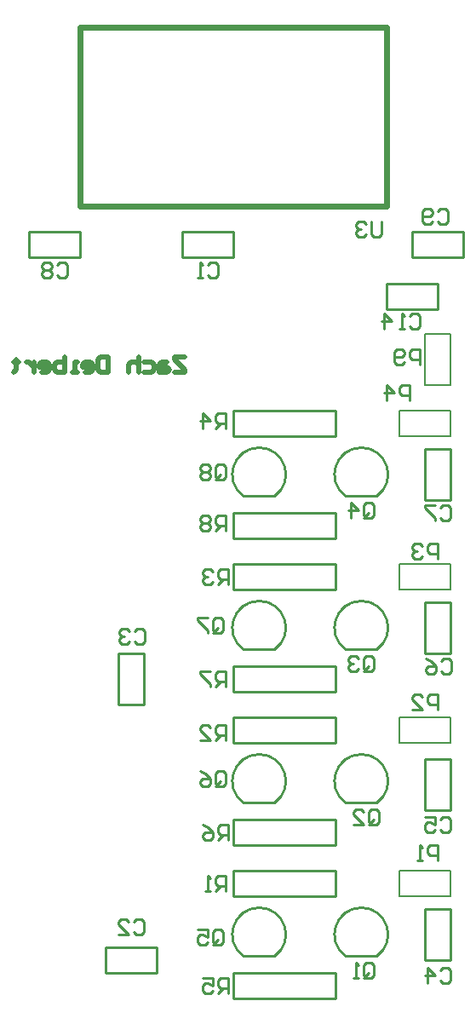
<source format=gto>
G04*
G04 #@! TF.GenerationSoftware,Altium Limited,Altium Designer,18.1.9 (240)*
G04*
G04 Layer_Color=65535*
%FSLAX25Y25*%
%MOIN*%
G70*
G01*
G75*
%ADD10C,0.01000*%
%ADD11C,0.00787*%
%ADD12C,0.02362*%
%ADD13C,0.02000*%
D10*
X256170Y301538D02*
G03*
X243830Y301538I-6170J8462D01*
G01*
X216170D02*
G03*
X203830Y301538I-6170J8462D01*
G01*
X256170Y241538D02*
G03*
X243830Y241538I-6170J8462D01*
G01*
X256170Y181538D02*
G03*
X243830Y181538I-6170J8462D01*
G01*
X256170Y121538D02*
G03*
X243830Y121538I-6170J8462D01*
G01*
X216170Y241538D02*
G03*
X203830Y241538I-6170J8462D01*
G01*
X216170Y181538D02*
G03*
X203830Y181538I-6170J8462D01*
G01*
X216170Y121538D02*
G03*
X203830Y121538I-6170J8462D01*
G01*
X140000Y405000D02*
X120000D01*
Y395000D02*
Y405000D01*
X140000Y395000D02*
X120000D01*
X140000D02*
Y405000D01*
X200000Y395000D02*
X180000D01*
X200000D02*
Y405000D01*
X180000D01*
Y395000D02*
Y405000D01*
X290000Y395000D02*
X270000D01*
X290000D02*
Y405000D01*
X270000D01*
Y395000D02*
Y405000D01*
X280000Y374724D02*
X260000D01*
X280000D02*
Y384724D01*
X260000D01*
Y374724D02*
Y384724D01*
X285000Y300000D02*
Y320000D01*
X275000D01*
Y300000D02*
Y320000D01*
X285000Y300000D02*
X275000D01*
X256170Y301535D02*
X243830D01*
X240000Y325000D02*
X200000D01*
X240000D02*
Y335000D01*
X200000D01*
Y325000D02*
Y335000D01*
X216170Y301535D02*
X203830D01*
X240000Y295000D02*
X200000D01*
Y285000D02*
Y295000D01*
X240000Y285000D02*
X200000D01*
X240000D02*
Y295000D01*
Y265000D02*
X200000D01*
X240000D02*
Y275000D01*
X200000D01*
Y265000D02*
Y275000D01*
X285000Y240000D02*
Y260000D01*
X275000D01*
Y240000D02*
Y260000D01*
X285000Y240000D02*
X275000D01*
X256170Y241535D02*
X243830D01*
X256170Y181535D02*
X243830D01*
X285000Y178779D02*
Y198779D01*
X275000D01*
Y178779D02*
Y198779D01*
X285000Y178779D02*
X275000D01*
X285000Y120000D02*
Y140000D01*
X275000D01*
Y120000D02*
Y140000D01*
X285000Y120000D02*
X275000D01*
X256170Y121535D02*
X243830D01*
X216170Y241535D02*
X203830D01*
X240000Y235000D02*
X200000D01*
Y225000D02*
Y235000D01*
X240000Y225000D02*
X200000D01*
X240000D02*
Y235000D01*
Y205000D02*
X200000D01*
X240000D02*
Y215000D01*
X200000D01*
Y205000D02*
Y215000D01*
X216170Y181535D02*
X203830D01*
X240000Y175000D02*
X200000D01*
Y165000D02*
Y175000D01*
X240000Y165000D02*
X200000D01*
X240000D02*
Y175000D01*
Y145000D02*
X200000D01*
X240000D02*
Y155000D01*
X200000D01*
Y145000D02*
Y155000D01*
X240000Y115000D02*
X200000D01*
Y105000D02*
Y115000D01*
X240000Y105000D02*
X200000D01*
X240000D02*
Y115000D01*
X216170Y121535D02*
X203830D01*
X170000Y125000D02*
X150000D01*
Y115000D02*
Y125000D01*
X170000Y115000D02*
X150000D01*
X170000D02*
Y125000D01*
X165000Y240000D02*
X155000D01*
X165000Y220000D02*
Y240000D01*
Y220000D02*
X155000D01*
Y240000D01*
X193001Y309000D02*
Y312998D01*
X194001Y313998D01*
X196000D01*
X197000Y312998D01*
Y309000D01*
X196000Y308000D01*
X194001D01*
X195001Y309999D02*
X193001Y308000D01*
X194001D02*
X193001Y309000D01*
X191002Y312998D02*
X190002Y313998D01*
X188003D01*
X187003Y312998D01*
Y311999D01*
X188003Y310999D01*
X187003Y309999D01*
Y309000D01*
X188003Y308000D01*
X190002D01*
X191002Y309000D01*
Y309999D01*
X190002Y310999D01*
X191002Y311999D01*
Y312998D01*
X190002Y310999D02*
X188003D01*
X192001Y249000D02*
Y252998D01*
X193001Y253998D01*
X195000D01*
X196000Y252998D01*
Y249000D01*
X195000Y248000D01*
X193001D01*
X194001Y249999D02*
X192001Y248000D01*
X193001D02*
X192001Y249000D01*
X190002Y253998D02*
X186003D01*
Y252998D01*
X190002Y249000D01*
Y248000D01*
X193001Y189000D02*
Y192998D01*
X194001Y193998D01*
X196000D01*
X197000Y192998D01*
Y189000D01*
X196000Y188000D01*
X194001D01*
X195001Y189999D02*
X193001Y188000D01*
X194001D02*
X193001Y189000D01*
X187003Y193998D02*
X189003Y192998D01*
X191002Y190999D01*
Y189000D01*
X190002Y188000D01*
X188003D01*
X187003Y189000D01*
Y189999D01*
X188003Y190999D01*
X191002D01*
X192001Y127000D02*
Y130998D01*
X193001Y131998D01*
X195000D01*
X196000Y130998D01*
Y127000D01*
X195000Y126000D01*
X193001D01*
X194001Y127999D02*
X192001Y126000D01*
X193001D02*
X192001Y127000D01*
X186003Y131998D02*
X190002D01*
Y128999D01*
X188003Y129999D01*
X187003D01*
X186003Y128999D01*
Y127000D01*
X187003Y126000D01*
X189002D01*
X190002Y127000D01*
X251001Y294000D02*
Y297998D01*
X252001Y298998D01*
X254000D01*
X255000Y297998D01*
Y294000D01*
X254000Y293000D01*
X252001D01*
X253001Y294999D02*
X251001Y293000D01*
X252001D02*
X251001Y294000D01*
X246003Y293000D02*
Y298998D01*
X249002Y295999D01*
X245003D01*
X251001Y234000D02*
Y237998D01*
X252001Y238998D01*
X254000D01*
X255000Y237998D01*
Y234000D01*
X254000Y233000D01*
X252001D01*
X253001Y234999D02*
X251001Y233000D01*
X252001D02*
X251001Y234000D01*
X249002Y237998D02*
X248002Y238998D01*
X246003D01*
X245003Y237998D01*
Y236999D01*
X246003Y235999D01*
X247003D01*
X246003D01*
X245003Y234999D01*
Y234000D01*
X246003Y233000D01*
X248002D01*
X249002Y234000D01*
X253001Y174000D02*
Y177998D01*
X254001Y178998D01*
X256000D01*
X257000Y177998D01*
Y174000D01*
X256000Y173000D01*
X254001D01*
X255001Y174999D02*
X253001Y173000D01*
X254001D02*
X253001Y174000D01*
X247003Y173000D02*
X251002D01*
X247003Y176999D01*
Y177998D01*
X248003Y178998D01*
X250002D01*
X251002Y177998D01*
X251001Y114000D02*
Y117998D01*
X252001Y118998D01*
X254000D01*
X255000Y117998D01*
Y114000D01*
X254000Y113000D01*
X252001D01*
X253001Y114999D02*
X251001Y113000D01*
X252001D02*
X251001Y114000D01*
X249002Y113000D02*
X247003D01*
X248002D01*
Y118998D01*
X249002Y117998D01*
X258000Y408998D02*
Y404000D01*
X257000Y403000D01*
X255001D01*
X254001Y404000D01*
Y408998D01*
X252002Y407998D02*
X251002Y408998D01*
X249003D01*
X248003Y407998D01*
Y406999D01*
X249003Y405999D01*
X250003D01*
X249003D01*
X248003Y404999D01*
Y404000D01*
X249003Y403000D01*
X251002D01*
X252002Y404000D01*
X197000Y288000D02*
Y293998D01*
X194001D01*
X193001Y292998D01*
Y290999D01*
X194001Y289999D01*
X197000D01*
X195001D02*
X193001Y288000D01*
X191002Y292998D02*
X190002Y293998D01*
X188003D01*
X187003Y292998D01*
Y291999D01*
X188003Y290999D01*
X187003Y289999D01*
Y289000D01*
X188003Y288000D01*
X190002D01*
X191002Y289000D01*
Y289999D01*
X190002Y290999D01*
X191002Y291999D01*
Y292998D01*
X190002Y290999D02*
X188003D01*
X197000Y227000D02*
Y232998D01*
X194001D01*
X193001Y231998D01*
Y229999D01*
X194001Y228999D01*
X197000D01*
X195001D02*
X193001Y227000D01*
X191002Y232998D02*
X187003D01*
Y231998D01*
X191002Y228000D01*
Y227000D01*
X198000Y167000D02*
Y172998D01*
X195001D01*
X194001Y171998D01*
Y169999D01*
X195001Y168999D01*
X198000D01*
X196001D02*
X194001Y167000D01*
X188003Y172998D02*
X190003Y171998D01*
X192002Y169999D01*
Y168000D01*
X191002Y167000D01*
X189003D01*
X188003Y168000D01*
Y168999D01*
X189003Y169999D01*
X192002D01*
X198000Y107000D02*
Y112998D01*
X195001D01*
X194001Y111998D01*
Y109999D01*
X195001Y108999D01*
X198000D01*
X196001D02*
X194001Y107000D01*
X188003Y112998D02*
X192002D01*
Y109999D01*
X190003Y110999D01*
X189003D01*
X188003Y109999D01*
Y108000D01*
X189003Y107000D01*
X191002D01*
X192002Y108000D01*
X197000Y328000D02*
Y333998D01*
X194001D01*
X193001Y332998D01*
Y330999D01*
X194001Y329999D01*
X197000D01*
X195001D02*
X193001Y328000D01*
X188003D02*
Y333998D01*
X191002Y330999D01*
X187003D01*
X198000Y267000D02*
Y272998D01*
X195001D01*
X194001Y271998D01*
Y269999D01*
X195001Y268999D01*
X198000D01*
X196001D02*
X194001Y267000D01*
X192002Y271998D02*
X191002Y272998D01*
X189003D01*
X188003Y271998D01*
Y270999D01*
X189003Y269999D01*
X190003D01*
X189003D01*
X188003Y268999D01*
Y268000D01*
X189003Y267000D01*
X191002D01*
X192002Y268000D01*
X197000Y206000D02*
Y211998D01*
X194001D01*
X193001Y210998D01*
Y208999D01*
X194001Y207999D01*
X197000D01*
X195001D02*
X193001Y206000D01*
X187003D02*
X191002D01*
X187003Y209999D01*
Y210998D01*
X188003Y211998D01*
X190002D01*
X191002Y210998D01*
X197000Y147000D02*
Y152998D01*
X194001D01*
X193001Y151998D01*
Y149999D01*
X194001Y148999D01*
X197000D01*
X195001D02*
X193001Y147000D01*
X191002D02*
X189003D01*
X190002D01*
Y152998D01*
X191002Y151998D01*
X273000Y353000D02*
Y358998D01*
X270001D01*
X269001Y357998D01*
Y355999D01*
X270001Y354999D01*
X273000D01*
X267002Y354000D02*
X266002Y353000D01*
X264003D01*
X263003Y354000D01*
Y357998D01*
X264003Y358998D01*
X266002D01*
X267002Y357998D01*
Y356999D01*
X266002Y355999D01*
X263003D01*
X269000Y339000D02*
Y344998D01*
X266001D01*
X265001Y343998D01*
Y341999D01*
X266001Y340999D01*
X269000D01*
X260003Y339000D02*
Y344998D01*
X263002Y341999D01*
X259003D01*
X280000Y277000D02*
Y282998D01*
X277001D01*
X276001Y281998D01*
Y279999D01*
X277001Y278999D01*
X280000D01*
X274002Y281998D02*
X273002Y282998D01*
X271003D01*
X270003Y281998D01*
Y280999D01*
X271003Y279999D01*
X272003D01*
X271003D01*
X270003Y278999D01*
Y278000D01*
X271003Y277000D01*
X273002D01*
X274002Y278000D01*
X280000Y218000D02*
Y223998D01*
X277001D01*
X276001Y222998D01*
Y220999D01*
X277001Y219999D01*
X280000D01*
X270003Y218000D02*
X274002D01*
X270003Y221999D01*
Y222998D01*
X271003Y223998D01*
X273002D01*
X274002Y222998D01*
X280000Y159000D02*
Y164998D01*
X277001D01*
X276001Y163998D01*
Y161999D01*
X277001Y160999D01*
X280000D01*
X274002Y159000D02*
X272003D01*
X273002D01*
Y164998D01*
X274002Y163998D01*
X269001Y371998D02*
X270001Y372998D01*
X272000D01*
X273000Y371998D01*
Y368000D01*
X272000Y367000D01*
X270001D01*
X269001Y368000D01*
X267002Y367000D02*
X265003D01*
X266002D01*
Y372998D01*
X267002Y371998D01*
X259004Y367000D02*
Y372998D01*
X262004Y369999D01*
X258005D01*
X280001Y412998D02*
X281001Y413998D01*
X283000D01*
X284000Y412998D01*
Y409000D01*
X283000Y408000D01*
X281001D01*
X280001Y409000D01*
X278002D02*
X277002Y408000D01*
X275003D01*
X274003Y409000D01*
Y412998D01*
X275003Y413998D01*
X277002D01*
X278002Y412998D01*
Y411999D01*
X277002Y410999D01*
X274003D01*
X131001Y391998D02*
X132001Y392998D01*
X134000D01*
X135000Y391998D01*
Y388000D01*
X134000Y387000D01*
X132001D01*
X131001Y388000D01*
X129002Y391998D02*
X128002Y392998D01*
X126003D01*
X125003Y391998D01*
Y390999D01*
X126003Y389999D01*
X125003Y388999D01*
Y388000D01*
X126003Y387000D01*
X128002D01*
X129002Y388000D01*
Y388999D01*
X128002Y389999D01*
X129002Y390999D01*
Y391998D01*
X128002Y389999D02*
X126003D01*
X281001Y296998D02*
X282001Y297998D01*
X284000D01*
X285000Y296998D01*
Y293000D01*
X284000Y292000D01*
X282001D01*
X281001Y293000D01*
X279002Y297998D02*
X275003D01*
Y296998D01*
X279002Y293000D01*
Y292000D01*
X281301Y236998D02*
X282301Y237998D01*
X284300D01*
X285300Y236998D01*
Y233000D01*
X284300Y232000D01*
X282301D01*
X281301Y233000D01*
X275303Y237998D02*
X277303Y236998D01*
X279302Y234999D01*
Y233000D01*
X278302Y232000D01*
X276303D01*
X275303Y233000D01*
Y233999D01*
X276303Y234999D01*
X279302D01*
X281001Y174998D02*
X282001Y175998D01*
X284000D01*
X285000Y174998D01*
Y171000D01*
X284000Y170000D01*
X282001D01*
X281001Y171000D01*
X275003Y175998D02*
X279002D01*
Y172999D01*
X277003Y173999D01*
X276003D01*
X275003Y172999D01*
Y171000D01*
X276003Y170000D01*
X278002D01*
X279002Y171000D01*
X281001Y115998D02*
X282001Y116998D01*
X284000D01*
X285000Y115998D01*
Y112000D01*
X284000Y111000D01*
X282001D01*
X281001Y112000D01*
X276003Y111000D02*
Y116998D01*
X279002Y113999D01*
X275003D01*
X161301Y248498D02*
X162301Y249498D01*
X164300D01*
X165300Y248498D01*
Y244500D01*
X164300Y243500D01*
X162301D01*
X161301Y244500D01*
X159302Y248498D02*
X158302Y249498D01*
X156303D01*
X155303Y248498D01*
Y247499D01*
X156303Y246499D01*
X157303D01*
X156303D01*
X155303Y245499D01*
Y244500D01*
X156303Y243500D01*
X158302D01*
X159302Y244500D01*
X161001Y134998D02*
X162001Y135998D01*
X164000D01*
X165000Y134998D01*
Y131000D01*
X164000Y130000D01*
X162001D01*
X161001Y131000D01*
X155003Y130000D02*
X159002D01*
X155003Y133999D01*
Y134998D01*
X156003Y135998D01*
X158002D01*
X159002Y134998D01*
X190001Y391998D02*
X191001Y392998D01*
X193000D01*
X194000Y391998D01*
Y388000D01*
X193000Y387000D01*
X191001D01*
X190001Y388000D01*
X188002Y387000D02*
X186003D01*
X187002D01*
Y392998D01*
X188002Y391998D01*
D11*
X275000Y345000D02*
Y365000D01*
X285000D02*
X275000D01*
X285000Y345000D02*
Y365000D01*
Y345000D02*
X275000D01*
X285000Y335000D02*
X265000D01*
X285000Y325000D02*
Y335000D01*
Y325000D02*
X265000D01*
Y335000D01*
X285000Y275000D02*
X265000D01*
X285000Y265000D02*
Y275000D01*
Y265000D02*
X265000D01*
Y275000D01*
X285000Y215000D02*
X265000D01*
X285000Y205000D02*
Y215000D01*
Y205000D02*
X265000D01*
Y215000D01*
X285000Y155000D02*
X265000D01*
X285000Y145000D02*
Y155000D01*
Y145000D02*
X265000D01*
Y155000D01*
D12*
X260000Y415000D02*
X140000D01*
X260000D02*
Y485000D01*
X140000D01*
Y415000D02*
Y485000D01*
D13*
X181000Y355998D02*
X177001D01*
Y354998D01*
X181000Y351000D01*
Y350000D01*
X177001D01*
X174002Y353999D02*
X172003D01*
X171003Y352999D01*
Y350000D01*
X174002D01*
X175002Y351000D01*
X174002Y351999D01*
X171003D01*
X165005Y353999D02*
X168004D01*
X169004Y352999D01*
Y351000D01*
X168004Y350000D01*
X165005D01*
X163006Y355998D02*
Y350000D01*
Y352999D01*
X162006Y353999D01*
X160007D01*
X159007Y352999D01*
Y350000D01*
X151010Y355998D02*
Y350000D01*
X148011D01*
X147011Y351000D01*
Y354998D01*
X148011Y355998D01*
X151010D01*
X142013Y350000D02*
X144012D01*
X145012Y351000D01*
Y352999D01*
X144012Y353999D01*
X142013D01*
X141013Y352999D01*
Y351999D01*
X145012D01*
X139014Y350000D02*
X137014D01*
X138014D01*
Y353999D01*
X139014D01*
X134015Y355998D02*
Y350000D01*
X131016D01*
X130017Y351000D01*
Y351999D01*
Y352999D01*
X131016Y353999D01*
X134015D01*
X125018Y350000D02*
X127017D01*
X128017Y351000D01*
Y352999D01*
X127017Y353999D01*
X125018D01*
X124018Y352999D01*
Y351999D01*
X128017D01*
X122019Y353999D02*
Y350000D01*
Y351999D01*
X121019Y352999D01*
X120020Y353999D01*
X119020D01*
X115021Y354998D02*
Y353999D01*
X116021D01*
X114022D01*
X115021D01*
Y351000D01*
X114022Y350000D01*
M02*

</source>
